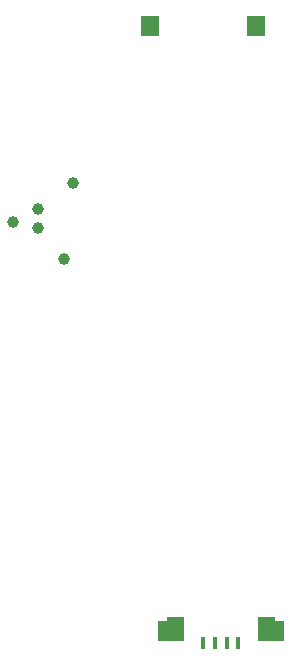
<source format=gbr>
%TF.GenerationSoftware,KiCad,Pcbnew,6.0.0*%
%TF.CreationDate,2022-05-21T22:27:13+02:00*%
%TF.ProjectId,cowdin-3b-esp32,636f7764-696e-42d3-9362-2d6573703332,1*%
%TF.SameCoordinates,Original*%
%TF.FileFunction,Paste,Bot*%
%TF.FilePolarity,Positive*%
%FSLAX46Y46*%
G04 Gerber Fmt 4.6, Leading zero omitted, Abs format (unit mm)*
G04 Created by KiCad (PCBNEW 6.0.0) date 2022-05-21 22:27:13*
%MOMM*%
%LPD*%
G01*
G04 APERTURE LIST*
G04 Aperture macros list*
%AMFreePoly0*
4,1,17,1.085355,1.010355,1.100000,0.975000,1.100000,-0.975000,1.085355,-1.010355,1.050000,-1.025000,-1.050000,-1.025000,-1.085355,-1.010355,-1.100000,-0.975000,-1.100000,0.625000,-1.085355,0.660355,-1.050000,0.675000,-0.300000,0.675000,-0.300000,0.975000,-0.285355,1.010355,-0.250000,1.025000,1.050000,1.025000,1.085355,1.010355,1.085355,1.010355,$1*%
%AMFreePoly1*
4,1,17,0.285355,1.010355,0.300000,0.975000,0.300000,0.675000,1.050000,0.675000,1.085355,0.660355,1.100000,0.625000,1.100000,-0.975000,1.085355,-1.010355,1.050000,-1.025000,-1.050000,-1.025000,-1.085355,-1.010355,-1.100000,-0.975000,-1.100000,0.975000,-1.085355,1.010355,-1.050000,1.025000,0.250000,1.025000,0.285355,1.010355,0.285355,1.010355,$1*%
G04 Aperture macros list end*
%ADD10C,1.000000*%
%ADD11R,0.300000X1.100000*%
%ADD12FreePoly0,0.000000*%
%ADD13FreePoly1,0.000000*%
%ADD14R,1.500000X1.800000*%
G04 APERTURE END LIST*
D10*
%TO.C,TP5*%
X135500000Y-92750000D03*
%TD*%
%TO.C,TP1*%
X132500000Y-95000000D03*
%TD*%
D11*
%TO.C,P3*%
X146500000Y-131680000D03*
X147500000Y-131680000D03*
X148500000Y-131680000D03*
X149500000Y-131680000D03*
D12*
X143750000Y-130555000D03*
D13*
X152250000Y-130555000D03*
%TD*%
D10*
%TO.C,TP2*%
X132500000Y-96600000D03*
%TD*%
D14*
%TO.C,A1*%
X151000000Y-79500000D03*
X142000000Y-79500000D03*
%TD*%
D10*
%TO.C,TP4*%
X134700000Y-99200000D03*
%TD*%
%TO.C,TP3*%
X130400000Y-96100000D03*
%TD*%
M02*

</source>
